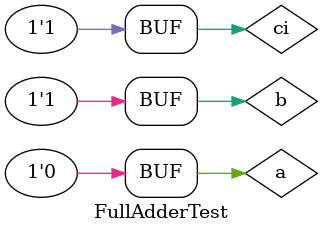
<source format=v>
`timescale 1ns / 1ps


module FullAdderTest;

	// Inputs
	reg a;
	reg b;
	reg ci;

	// Outputs
	wire s;
	wire co;

	// Instantiate the Unit Under Test (UUT)
	FullAdder uut (
		.a(a), 
		.b(b), 
		.ci(ci), 
		.s(s), 
		.co(co)
	);

	initial begin
		// Initialize Inputs
		a = 0;
		b = 0;
		ci = 0;

		// Wait 100 ns for global reset to finish
		#100;
        
        a = 1;
        b = 1;
        ci = 1;
        
        #100;
        
        a = 1;
        b = 0;
        ci = 0;
        
        #100;
        
        a = 0;
        b = 1;
        ci = 1;
        
		// Add stimulus here

	end
      
endmodule


</source>
